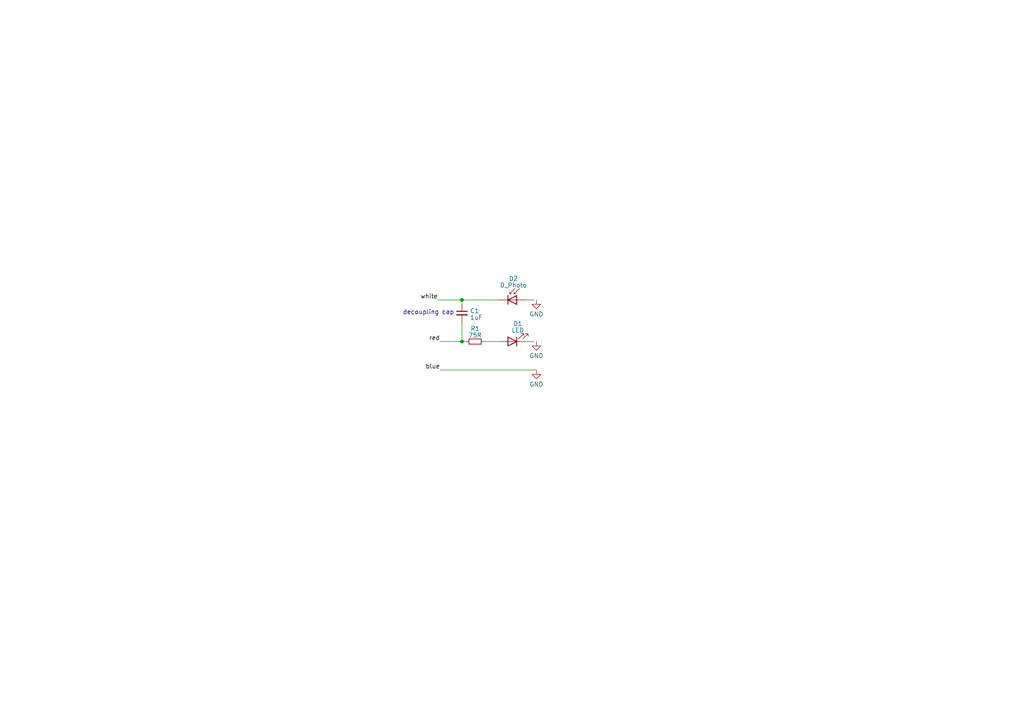
<source format=kicad_sch>
(kicad_sch (version 20230121) (generator eeschema)
  (paper "A4")
  (lib_symbols
    (symbol "Device:C_Small" (pin_numbers hide) (pin_names (offset 0.254) hide)
      (property "Reference" "C" (at 0.254 1.778 0))
      (property "Value" "C_Small" (at 0.254 -2.032 0))
      (symbol "C_Small_0_1"
        (polyline (pts (xy -1.524 -0.508) (xy 1.524 -0.508)) (stroke (width 0.3302)))
        (polyline (pts (xy -1.524 0.508) (xy 1.524 0.508)) (stroke (width 0.3048)))
      )
      (symbol "C_Small_1_1"
        (pin passive line (at 0 2.54 270) (length 2.032) (name "~") (number "1"))
        (pin passive line (at 0 -2.54 90) (length 2.032) (name "~") (number "2"))
      )
    )
    (symbol "Device:D_Photo" (pin_numbers hide) (pin_names hide)
      (property "Reference" "D" (at 0.508 1.778 0))
      (property "Value" "D_Photo" (at -1.016 -2.794 0))
      (symbol "D_Photo_0_1"
        (polyline (pts (xy -2.54 1.27) (xy -2.54 -1.27)) (stroke (width 0.254)))
        (polyline (pts (xy -2.032 1.778) (xy -1.524 1.778)))
        (polyline (pts (xy 0 0) (xy -2.54 0)))
        (polyline (pts (xy -0.508 3.302) (xy -2.032 1.778) (xy -2.032 2.286)))
        (polyline (pts (xy 0 -1.27) (xy 0 1.27) (xy -2.54 0) (xy 0 -1.27)) (stroke (width 0.254)))
        (polyline (pts (xy 0.762 3.302) (xy -0.762 1.778) (xy -0.762 2.286) (xy -0.762 1.778) (xy -0.254 1.778)))
      )
      (symbol "D_Photo_1_1"
        (pin passive line (at -5.08 0 0) (length 2.54) (name "K") (number "1"))
        (pin passive line (at 2.54 0 180) (length 2.54) (name "A") (number "2"))
      )
    )
    (symbol "Device:LED" (pin_numbers hide) (pin_names (offset 1.016) hide)
      (property "Reference" "D" (at 0 2.54 0))
      (property "Value" "LED" (at 0 -2.54 0))
      (symbol "LED_0_1"
        (polyline (pts (xy -1.27 -1.27) (xy -1.27 1.27)) (stroke (width 0.254)))
        (polyline (pts (xy -1.27 0) (xy 1.27 0)))
        (polyline (pts (xy 1.27 -1.27) (xy 1.27 1.27) (xy -1.27 0) (xy 1.27 -1.27)) (stroke (width 0.254)))
        (polyline (pts (xy -3.048 -0.762) (xy -4.572 -2.286) (xy -3.81 -2.286) (xy -4.572 -2.286) (xy -4.572 -1.524)))
        (polyline (pts (xy -1.778 -0.762) (xy -3.302 -2.286) (xy -2.54 -2.286) (xy -3.302 -2.286) (xy -3.302 -1.524)))
      )
      (symbol "LED_1_1"
        (pin passive line (at -3.81 0 0) (length 2.54) (name "K") (number "1"))
        (pin passive line (at 3.81 0 180) (length 2.54) (name "A") (number "2"))
      )
    )
    (symbol "Device:R_Small" (pin_numbers hide) (pin_names (offset 0.254) hide)
      (property "Reference" "R" (at 0.762 0.508 0))
      (property "Value" "R_Small" (at 0.762 -1.016 0))
      (symbol "R_Small_0_1"
        (rectangle (start -0.762 1.778) (end 0.762 -1.778) (stroke (width 0.2032)))
      )
      (symbol "R_Small_1_1"
        (pin passive line (at 0 2.54 270) (length 0.762) (name "~") (number "1"))
        (pin passive line (at 0 -2.54 90) (length 0.762) (name "~") (number "2"))
      )
    )
    (symbol "power:GND" (power) (pin_names (offset 0))
      (property "Value" "GND" (at 0 -3.81 0))
      (symbol "GND_0_1"
        (polyline (pts (xy 0 0) (xy 0 -1.27) (xy 1.27 -1.27) (xy 0 -2.54) (xy -1.27 -1.27) (xy 0 -1.27)))
      )
      (symbol "GND_1_1"
        (pin power_in line (at 0 0 270) (length 0) hide (name "GND") (number "1"))
      )
    )
  )
  (junction (at 133.985 86.995))
  (junction (at 133.985 99.06))
  (wire (pts (xy 144.78 86.995) (xy 133.985 86.995)))
  (wire (pts (xy 133.985 99.06) (xy 135.255 99.06)))
  (wire (pts (xy 152.4 86.995) (xy 154.94 86.995)))
  (wire (pts (xy 127.635 99.06) (xy 133.985 99.06)))
  (wire (pts (xy 155.575 107.315) (xy 127.635 107.315)))
  (wire (pts (xy 133.985 86.995) (xy 133.985 88.265)))
  (wire (pts (xy 133.985 86.995) (xy 127 86.995)))
  (wire (pts (xy 144.78 99.06) (xy 140.335 99.06)))
  (wire (pts (xy 152.4 99.06) (xy 154.94 99.06)))
  (wire (pts (xy 133.985 93.345) (xy 133.985 99.06)))
  (text "decoupling cap\n" (at 116.84 91.44 0) (effects (font (size 1.27 1.27)) (justify left bottom)))
  (label "red" (at 127.635 99.06 180))
  (label "blue" (at 127.635 107.315 180))
  (label "white" (at 127 86.995 180))
  (symbol (lib_id "power:GND") (at 155.575 107.315 0) (unit 1)
    (property "Reference" "#PWR03" (effects hide))
    (property "Value" "GND" (at 155.575 111.4505 0))
  )
  (symbol (lib_id "Device:LED") (at 148.59 99.06 180) (unit 1)
    (property "Reference" "D1" (at 150.1775 93.8911 0))
    (property "Value" "LED" (at 150.1775 95.8121 0))
  )
  (symbol (lib_id "power:GND") (at 155.575 99.06 0) (unit 1)
    (property "Reference" "#PWR02" (effects hide))
    (property "Value" "GND" (at 155.575 103.1955 0))
  )
  (symbol (lib_id "Device:D_Photo") (at 149.86 86.995 0) (unit 1)
    (property "Reference" "D2" (at 148.9075 80.8101 0))
    (property "Value" "D_Photo" (at 148.9075 82.7311 0))
  )
  (symbol (lib_id "Device:R_Small") (at 137.795 99.06 270) (unit 1)
    (property "Reference" "R1" (at 137.795 95.3135 90))
    (property "Value" "75R" (at 137.795 97.2345 90))
  )
  (symbol (lib_id "Device:C_Small") (at 133.985 90.805 0) (unit 1)
    (property "Reference" "C1" (at 136.3091 90.1676 0) (effects (justify left)))
    (property "Value" "1uF" (at 136.3091 92.0886 0) (effects (justify left)))
  )
  (symbol (lib_id "power:GND") (at 155.575 86.995 0) (unit 1)
    (property "Reference" "#PWR01" (effects hide))
    (property "Value" "GND" (at 155.575 91.1305 0))
  )
)
</source>
